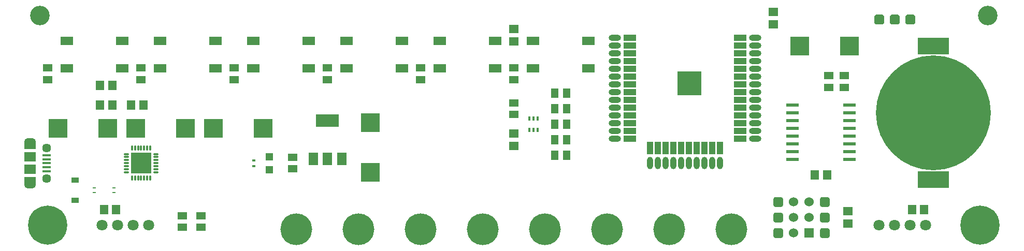
<source format=gbs>
G04 #@! TF.GenerationSoftware,KiCad,Pcbnew,5.0.0-rc2-dev-unknown-30a78f0~62~ubuntu16.04.1*
G04 #@! TF.CreationDate,2018-03-10T16:31:01+05:30*
G04 #@! TF.ProjectId,k3jr_controller,6B336A725F636F6E74726F6C6C65722E,rev 1*
G04 #@! TF.SameCoordinates,Original*
G04 #@! TF.FileFunction,Soldermask,Bot*
G04 #@! TF.FilePolarity,Negative*
%FSLAX46Y46*%
G04 Gerber Fmt 4.6, Leading zero omitted, Abs format (unit mm)*
G04 Created by KiCad (PCBNEW 5.0.0-rc2-dev-unknown-30a78f0~62~ubuntu16.04.1) date Sat Mar 10 16:31:01 2018*
%MOMM*%
%LPD*%
G01*
G04 APERTURE LIST*
%ADD10R,1.900000X1.500000*%
%ADD11C,1.450000*%
%ADD12R,1.350000X0.400000*%
%ADD13O,1.900000X1.200000*%
%ADD14R,1.900000X1.200000*%
%ADD15R,1.550000X1.350000*%
%ADD16R,1.300480X1.498600*%
%ADD17R,1.998980X0.599440*%
%ADD18R,1.350000X1.550000*%
%ADD19R,3.048000X3.048000*%
%ADD20R,1.498600X1.300480*%
%ADD21C,0.150000*%
%ADD22C,1.600000*%
%ADD23C,6.400000*%
%ADD24C,0.800000*%
%ADD25C,3.200000*%
%ADD26C,5.200000*%
%ADD27R,1.200000X0.900000*%
%ADD28R,0.500000X0.250000*%
%ADD29C,18.796000*%
%ADD30R,5.080000X2.794000*%
%ADD31R,1.675000X1.675000*%
%ADD32O,0.300000X0.850000*%
%ADD33O,0.850000X0.300000*%
%ADD34R,0.600000X0.400000*%
%ADD35R,1.198880X1.198880*%
%ADD36R,2.100000X1.400000*%
%ADD37R,0.400000X0.650000*%
%ADD38R,3.800000X2.000000*%
%ADD39R,1.500000X2.000000*%
%ADD40R,2.000000X1.000000*%
%ADD41R,1.000000X2.000000*%
%ADD42R,4.000000X4.000000*%
%ADD43O,2.000000X1.000000*%
%ADD44O,1.000000X2.000000*%
%ADD45C,1.800000*%
%ADD46C,1.524000*%
%ADD47R,1.524000X1.524000*%
G04 APERTURE END LIST*
D10*
X52355000Y-76470000D03*
D11*
X55055000Y-79970000D03*
D12*
X55055000Y-78120000D03*
X55055000Y-78770000D03*
X55055000Y-76170000D03*
X55055000Y-76820000D03*
X55055000Y-77470000D03*
D11*
X55055000Y-74970000D03*
D10*
X52355000Y-78470000D03*
D13*
X52355000Y-80970000D03*
X52355000Y-73970000D03*
D14*
X52355000Y-74570000D03*
X52355000Y-80370000D03*
D15*
X131445000Y-74660000D03*
X131445000Y-72660000D03*
D16*
X138112500Y-66040000D03*
X140017500Y-66040000D03*
D17*
X186260740Y-67945000D03*
X186260740Y-69215000D03*
X186260740Y-70485000D03*
X186260740Y-71755000D03*
X186260740Y-73025000D03*
X186260740Y-74295000D03*
X186260740Y-75565000D03*
X186260740Y-76835000D03*
X176959260Y-76835000D03*
X176959260Y-75565000D03*
X176959260Y-74295000D03*
X176959260Y-73025000D03*
X176959260Y-71755000D03*
X176959260Y-70485000D03*
X176959260Y-69215000D03*
X176959260Y-67945000D03*
D18*
X66405000Y-85090000D03*
X64405000Y-85090000D03*
D19*
X178181000Y-58293000D03*
X186309000Y-58293000D03*
D20*
X70485000Y-63817500D03*
X70485000Y-61912500D03*
X85725000Y-63817500D03*
X85725000Y-61912500D03*
D21*
G36*
X191574207Y-53176926D02*
X191613036Y-53182686D01*
X191651114Y-53192224D01*
X191688073Y-53205448D01*
X191723559Y-53222231D01*
X191757228Y-53242412D01*
X191788757Y-53265796D01*
X191817843Y-53292157D01*
X191844204Y-53321243D01*
X191867588Y-53352772D01*
X191887769Y-53386441D01*
X191904552Y-53421927D01*
X191917776Y-53458886D01*
X191927314Y-53496964D01*
X191933074Y-53535793D01*
X191935000Y-53575000D01*
X191935000Y-54375000D01*
X191933074Y-54414207D01*
X191927314Y-54453036D01*
X191917776Y-54491114D01*
X191904552Y-54528073D01*
X191887769Y-54563559D01*
X191867588Y-54597228D01*
X191844204Y-54628757D01*
X191817843Y-54657843D01*
X191788757Y-54684204D01*
X191757228Y-54707588D01*
X191723559Y-54727769D01*
X191688073Y-54744552D01*
X191651114Y-54757776D01*
X191613036Y-54767314D01*
X191574207Y-54773074D01*
X191535000Y-54775000D01*
X190735000Y-54775000D01*
X190695793Y-54773074D01*
X190656964Y-54767314D01*
X190618886Y-54757776D01*
X190581927Y-54744552D01*
X190546441Y-54727769D01*
X190512772Y-54707588D01*
X190481243Y-54684204D01*
X190452157Y-54657843D01*
X190425796Y-54628757D01*
X190402412Y-54597228D01*
X190382231Y-54563559D01*
X190365448Y-54528073D01*
X190352224Y-54491114D01*
X190342686Y-54453036D01*
X190336926Y-54414207D01*
X190335000Y-54375000D01*
X190335000Y-53575000D01*
X190336926Y-53535793D01*
X190342686Y-53496964D01*
X190352224Y-53458886D01*
X190365448Y-53421927D01*
X190382231Y-53386441D01*
X190402412Y-53352772D01*
X190425796Y-53321243D01*
X190452157Y-53292157D01*
X190481243Y-53265796D01*
X190512772Y-53242412D01*
X190546441Y-53222231D01*
X190581927Y-53205448D01*
X190618886Y-53192224D01*
X190656964Y-53182686D01*
X190695793Y-53176926D01*
X190735000Y-53175000D01*
X191535000Y-53175000D01*
X191574207Y-53176926D01*
X191574207Y-53176926D01*
G37*
D22*
X191135000Y-53975000D03*
D23*
X55245000Y-87630000D03*
D24*
X57645000Y-87630000D03*
X56942056Y-89327056D03*
X55245000Y-90030000D03*
X53547944Y-89327056D03*
X52845000Y-87630000D03*
X53547944Y-85932944D03*
X55245000Y-85230000D03*
X56942056Y-85932944D03*
D23*
X207645000Y-87630000D03*
D24*
X210045000Y-87630000D03*
X209342056Y-89327056D03*
X207645000Y-90030000D03*
X205947944Y-89327056D03*
X205245000Y-87630000D03*
X205947944Y-85932944D03*
X207645000Y-85230000D03*
X209342056Y-85932944D03*
D25*
X208915000Y-53340000D03*
X53975000Y-53340000D03*
D26*
X95885000Y-88265000D03*
X106045000Y-88265000D03*
X116205000Y-88265000D03*
X167005000Y-88265000D03*
X156845000Y-88265000D03*
X126365000Y-88265000D03*
X146685000Y-88265000D03*
X136525000Y-88265000D03*
D27*
X59690000Y-83565000D03*
X59690000Y-80265000D03*
D28*
X66040000Y-81540000D03*
X66040000Y-82290000D03*
X62865000Y-81540000D03*
X62865000Y-82290000D03*
D29*
X200025000Y-69215000D03*
D30*
X200025000Y-58293000D03*
X200025000Y-80137000D03*
D31*
X69647500Y-78307500D03*
X69647500Y-76632500D03*
X71322500Y-78307500D03*
X71322500Y-76632500D03*
D32*
X68985000Y-79920000D03*
X69485000Y-79920000D03*
X69985000Y-79920000D03*
X70485000Y-79920000D03*
X70985000Y-79920000D03*
X71485000Y-79920000D03*
X71985000Y-79920000D03*
D33*
X72935000Y-78970000D03*
X72935000Y-78470000D03*
X72935000Y-77970000D03*
X72935000Y-77470000D03*
X72935000Y-76970000D03*
X72935000Y-76470000D03*
X72935000Y-75970000D03*
D32*
X71985000Y-75020000D03*
X71485000Y-75020000D03*
X70985000Y-75020000D03*
X70485000Y-75020000D03*
X69985000Y-75020000D03*
X69485000Y-75020000D03*
X68985000Y-75020000D03*
D33*
X68035000Y-75970000D03*
X68035000Y-76470000D03*
X68035000Y-76970000D03*
X68035000Y-77470000D03*
X68035000Y-77970000D03*
X68035000Y-78470000D03*
X68035000Y-78970000D03*
D24*
X69850000Y-78105000D03*
X71120000Y-78105000D03*
X71120000Y-76835000D03*
X69850000Y-76835000D03*
X70485000Y-77470000D03*
D34*
X88900000Y-77020000D03*
X88900000Y-77920000D03*
D35*
X91440000Y-76420980D03*
X91440000Y-78519020D03*
D36*
X119275000Y-61940000D03*
X128375000Y-61940000D03*
X128375000Y-57440000D03*
X119275000Y-57440000D03*
X104035000Y-61940000D03*
X113135000Y-61940000D03*
X113135000Y-57440000D03*
X104035000Y-57440000D03*
X67415000Y-57440000D03*
X58315000Y-57440000D03*
X58315000Y-61940000D03*
X67415000Y-61940000D03*
X143615000Y-57440000D03*
X134515000Y-57440000D03*
X134515000Y-61940000D03*
X143615000Y-61940000D03*
X88795000Y-61940000D03*
X97895000Y-61940000D03*
X97895000Y-57440000D03*
X88795000Y-57440000D03*
X73555000Y-61940000D03*
X82655000Y-61940000D03*
X82655000Y-57440000D03*
X73555000Y-57440000D03*
D20*
X182880000Y-65087500D03*
X182880000Y-63182500D03*
X185420000Y-65087500D03*
X185420000Y-63182500D03*
X77250000Y-87952500D03*
X77250000Y-86047500D03*
X80250000Y-87952500D03*
X80250000Y-86047500D03*
X116205000Y-63817500D03*
X116205000Y-61912500D03*
X100965000Y-63817500D03*
X100965000Y-61912500D03*
D18*
X180610000Y-79375000D03*
X182610000Y-79375000D03*
D19*
X90424000Y-71755000D03*
X82296000Y-71755000D03*
X107950000Y-70866000D03*
X107950000Y-78994000D03*
D18*
X63770000Y-64770000D03*
X65770000Y-64770000D03*
D15*
X131445000Y-55515000D03*
X131445000Y-57515000D03*
D19*
X65024000Y-71755000D03*
X56896000Y-71755000D03*
D18*
X63770000Y-67945000D03*
X65770000Y-67945000D03*
D19*
X69596000Y-71755000D03*
X77724000Y-71755000D03*
D18*
X70850000Y-67945000D03*
X68850000Y-67945000D03*
D15*
X173863000Y-52721000D03*
X173863000Y-54721000D03*
D37*
X133970000Y-70170000D03*
X135270000Y-70170000D03*
X134620000Y-72070000D03*
X134620000Y-70170000D03*
X135270000Y-72070000D03*
X133970000Y-72070000D03*
D20*
X131445000Y-69532500D03*
X131445000Y-67627500D03*
X95250000Y-78422500D03*
X95250000Y-76517500D03*
X55245000Y-61912500D03*
X55245000Y-63817500D03*
X131445000Y-61912500D03*
X131445000Y-63817500D03*
D16*
X138112500Y-76200000D03*
X140017500Y-76200000D03*
X138112500Y-73660000D03*
X140017500Y-73660000D03*
X140017500Y-71120000D03*
X138112500Y-71120000D03*
X138112500Y-68580000D03*
X140017500Y-68580000D03*
D38*
X100965000Y-70510000D03*
D39*
X100965000Y-76810000D03*
X98665000Y-76810000D03*
X103265000Y-76810000D03*
D40*
X168385000Y-56980000D03*
X168385000Y-58250000D03*
X168385000Y-59520000D03*
X168385000Y-60790000D03*
X168385000Y-62060000D03*
X168385000Y-63330000D03*
X168385000Y-64600000D03*
X168385000Y-65870000D03*
X168385000Y-67140000D03*
X168385000Y-68410000D03*
X168385000Y-69680000D03*
X168385000Y-70950000D03*
X168385000Y-72220000D03*
X168385000Y-73490000D03*
D41*
X165100000Y-74980000D03*
X163830000Y-74980000D03*
X162560000Y-74980000D03*
X161290000Y-74980000D03*
X160020000Y-74980000D03*
X158750000Y-74980000D03*
X157480000Y-74980000D03*
X156210000Y-74980000D03*
X154940000Y-74980000D03*
X153670000Y-74980000D03*
D40*
X150385000Y-73490000D03*
X150385000Y-72220000D03*
X150385000Y-70950000D03*
X150385000Y-69680000D03*
X150385000Y-68410000D03*
X150385000Y-67140000D03*
X150385000Y-65870000D03*
X150385000Y-64600000D03*
X150385000Y-63330000D03*
X150385000Y-62060000D03*
X150385000Y-60790000D03*
X150385000Y-59520000D03*
X150385000Y-58250000D03*
X150385000Y-56980000D03*
D42*
X160085000Y-64380000D03*
D43*
X170885000Y-56980000D03*
X170885000Y-58250000D03*
X170885000Y-59520000D03*
X170885000Y-60790000D03*
X170885000Y-62060000D03*
X170885000Y-63330000D03*
X170885000Y-64600000D03*
X170885000Y-65870000D03*
X170885000Y-67140000D03*
X170885000Y-68410000D03*
X170885000Y-69680000D03*
X170885000Y-70950000D03*
X170885000Y-72220000D03*
X170885000Y-73490000D03*
X147885000Y-58250000D03*
X147885000Y-67140000D03*
X147885000Y-68410000D03*
X147885000Y-60790000D03*
X147885000Y-56980000D03*
X147885000Y-69680000D03*
X147885000Y-63330000D03*
X147885000Y-73490000D03*
X147885000Y-72220000D03*
X147885000Y-65870000D03*
X147885000Y-64600000D03*
X147885000Y-62060000D03*
X147885000Y-70950000D03*
X147885000Y-59520000D03*
D44*
X165100000Y-77480000D03*
X163830000Y-77480000D03*
X162560000Y-77480000D03*
X161290000Y-77480000D03*
X160020000Y-77480000D03*
X157480000Y-77480000D03*
X156210000Y-77480000D03*
X154940000Y-77480000D03*
X153670000Y-77480000D03*
X158750000Y-77480000D03*
D18*
X198485000Y-85090000D03*
X196485000Y-85090000D03*
D45*
X198755000Y-87630000D03*
X196215000Y-87630000D03*
X193675000Y-87630000D03*
X191135000Y-87630000D03*
X71755000Y-87630000D03*
X69215000Y-87630000D03*
X66675000Y-87630000D03*
X64135000Y-87630000D03*
D21*
G36*
X194114207Y-53176926D02*
X194153036Y-53182686D01*
X194191114Y-53192224D01*
X194228073Y-53205448D01*
X194263559Y-53222231D01*
X194297228Y-53242412D01*
X194328757Y-53265796D01*
X194357843Y-53292157D01*
X194384204Y-53321243D01*
X194407588Y-53352772D01*
X194427769Y-53386441D01*
X194444552Y-53421927D01*
X194457776Y-53458886D01*
X194467314Y-53496964D01*
X194473074Y-53535793D01*
X194475000Y-53575000D01*
X194475000Y-54375000D01*
X194473074Y-54414207D01*
X194467314Y-54453036D01*
X194457776Y-54491114D01*
X194444552Y-54528073D01*
X194427769Y-54563559D01*
X194407588Y-54597228D01*
X194384204Y-54628757D01*
X194357843Y-54657843D01*
X194328757Y-54684204D01*
X194297228Y-54707588D01*
X194263559Y-54727769D01*
X194228073Y-54744552D01*
X194191114Y-54757776D01*
X194153036Y-54767314D01*
X194114207Y-54773074D01*
X194075000Y-54775000D01*
X193275000Y-54775000D01*
X193235793Y-54773074D01*
X193196964Y-54767314D01*
X193158886Y-54757776D01*
X193121927Y-54744552D01*
X193086441Y-54727769D01*
X193052772Y-54707588D01*
X193021243Y-54684204D01*
X192992157Y-54657843D01*
X192965796Y-54628757D01*
X192942412Y-54597228D01*
X192922231Y-54563559D01*
X192905448Y-54528073D01*
X192892224Y-54491114D01*
X192882686Y-54453036D01*
X192876926Y-54414207D01*
X192875000Y-54375000D01*
X192875000Y-53575000D01*
X192876926Y-53535793D01*
X192882686Y-53496964D01*
X192892224Y-53458886D01*
X192905448Y-53421927D01*
X192922231Y-53386441D01*
X192942412Y-53352772D01*
X192965796Y-53321243D01*
X192992157Y-53292157D01*
X193021243Y-53265796D01*
X193052772Y-53242412D01*
X193086441Y-53222231D01*
X193121927Y-53205448D01*
X193158886Y-53192224D01*
X193196964Y-53182686D01*
X193235793Y-53176926D01*
X193275000Y-53175000D01*
X194075000Y-53175000D01*
X194114207Y-53176926D01*
X194114207Y-53176926D01*
G37*
D22*
X193675000Y-53975000D03*
D21*
G36*
X196654207Y-53176926D02*
X196693036Y-53182686D01*
X196731114Y-53192224D01*
X196768073Y-53205448D01*
X196803559Y-53222231D01*
X196837228Y-53242412D01*
X196868757Y-53265796D01*
X196897843Y-53292157D01*
X196924204Y-53321243D01*
X196947588Y-53352772D01*
X196967769Y-53386441D01*
X196984552Y-53421927D01*
X196997776Y-53458886D01*
X197007314Y-53496964D01*
X197013074Y-53535793D01*
X197015000Y-53575000D01*
X197015000Y-54375000D01*
X197013074Y-54414207D01*
X197007314Y-54453036D01*
X196997776Y-54491114D01*
X196984552Y-54528073D01*
X196967769Y-54563559D01*
X196947588Y-54597228D01*
X196924204Y-54628757D01*
X196897843Y-54657843D01*
X196868757Y-54684204D01*
X196837228Y-54707588D01*
X196803559Y-54727769D01*
X196768073Y-54744552D01*
X196731114Y-54757776D01*
X196693036Y-54767314D01*
X196654207Y-54773074D01*
X196615000Y-54775000D01*
X195815000Y-54775000D01*
X195775793Y-54773074D01*
X195736964Y-54767314D01*
X195698886Y-54757776D01*
X195661927Y-54744552D01*
X195626441Y-54727769D01*
X195592772Y-54707588D01*
X195561243Y-54684204D01*
X195532157Y-54657843D01*
X195505796Y-54628757D01*
X195482412Y-54597228D01*
X195462231Y-54563559D01*
X195445448Y-54528073D01*
X195432224Y-54491114D01*
X195422686Y-54453036D01*
X195416926Y-54414207D01*
X195415000Y-54375000D01*
X195415000Y-53575000D01*
X195416926Y-53535793D01*
X195422686Y-53496964D01*
X195432224Y-53458886D01*
X195445448Y-53421927D01*
X195462231Y-53386441D01*
X195482412Y-53352772D01*
X195505796Y-53321243D01*
X195532157Y-53292157D01*
X195561243Y-53265796D01*
X195592772Y-53242412D01*
X195626441Y-53222231D01*
X195661927Y-53205448D01*
X195698886Y-53192224D01*
X195736964Y-53182686D01*
X195775793Y-53176926D01*
X195815000Y-53175000D01*
X196615000Y-53175000D01*
X196654207Y-53176926D01*
X196654207Y-53176926D01*
G37*
D22*
X196215000Y-53975000D03*
D15*
X186055000Y-85360000D03*
X186055000Y-87360000D03*
D21*
G36*
X175064207Y-83021926D02*
X175103036Y-83027686D01*
X175141114Y-83037224D01*
X175178073Y-83050448D01*
X175213559Y-83067231D01*
X175247228Y-83087412D01*
X175278757Y-83110796D01*
X175307843Y-83137157D01*
X175334204Y-83166243D01*
X175357588Y-83197772D01*
X175377769Y-83231441D01*
X175394552Y-83266927D01*
X175407776Y-83303886D01*
X175417314Y-83341964D01*
X175423074Y-83380793D01*
X175425000Y-83420000D01*
X175425000Y-84220000D01*
X175423074Y-84259207D01*
X175417314Y-84298036D01*
X175407776Y-84336114D01*
X175394552Y-84373073D01*
X175377769Y-84408559D01*
X175357588Y-84442228D01*
X175334204Y-84473757D01*
X175307843Y-84502843D01*
X175278757Y-84529204D01*
X175247228Y-84552588D01*
X175213559Y-84572769D01*
X175178073Y-84589552D01*
X175141114Y-84602776D01*
X175103036Y-84612314D01*
X175064207Y-84618074D01*
X175025000Y-84620000D01*
X174225000Y-84620000D01*
X174185793Y-84618074D01*
X174146964Y-84612314D01*
X174108886Y-84602776D01*
X174071927Y-84589552D01*
X174036441Y-84572769D01*
X174002772Y-84552588D01*
X173971243Y-84529204D01*
X173942157Y-84502843D01*
X173915796Y-84473757D01*
X173892412Y-84442228D01*
X173872231Y-84408559D01*
X173855448Y-84373073D01*
X173842224Y-84336114D01*
X173832686Y-84298036D01*
X173826926Y-84259207D01*
X173825000Y-84220000D01*
X173825000Y-83420000D01*
X173826926Y-83380793D01*
X173832686Y-83341964D01*
X173842224Y-83303886D01*
X173855448Y-83266927D01*
X173872231Y-83231441D01*
X173892412Y-83197772D01*
X173915796Y-83166243D01*
X173942157Y-83137157D01*
X173971243Y-83110796D01*
X174002772Y-83087412D01*
X174036441Y-83067231D01*
X174071927Y-83050448D01*
X174108886Y-83037224D01*
X174146964Y-83027686D01*
X174185793Y-83021926D01*
X174225000Y-83020000D01*
X175025000Y-83020000D01*
X175064207Y-83021926D01*
X175064207Y-83021926D01*
G37*
D22*
X174625000Y-83820000D03*
D21*
G36*
X182684207Y-83021926D02*
X182723036Y-83027686D01*
X182761114Y-83037224D01*
X182798073Y-83050448D01*
X182833559Y-83067231D01*
X182867228Y-83087412D01*
X182898757Y-83110796D01*
X182927843Y-83137157D01*
X182954204Y-83166243D01*
X182977588Y-83197772D01*
X182997769Y-83231441D01*
X183014552Y-83266927D01*
X183027776Y-83303886D01*
X183037314Y-83341964D01*
X183043074Y-83380793D01*
X183045000Y-83420000D01*
X183045000Y-84220000D01*
X183043074Y-84259207D01*
X183037314Y-84298036D01*
X183027776Y-84336114D01*
X183014552Y-84373073D01*
X182997769Y-84408559D01*
X182977588Y-84442228D01*
X182954204Y-84473757D01*
X182927843Y-84502843D01*
X182898757Y-84529204D01*
X182867228Y-84552588D01*
X182833559Y-84572769D01*
X182798073Y-84589552D01*
X182761114Y-84602776D01*
X182723036Y-84612314D01*
X182684207Y-84618074D01*
X182645000Y-84620000D01*
X181845000Y-84620000D01*
X181805793Y-84618074D01*
X181766964Y-84612314D01*
X181728886Y-84602776D01*
X181691927Y-84589552D01*
X181656441Y-84572769D01*
X181622772Y-84552588D01*
X181591243Y-84529204D01*
X181562157Y-84502843D01*
X181535796Y-84473757D01*
X181512412Y-84442228D01*
X181492231Y-84408559D01*
X181475448Y-84373073D01*
X181462224Y-84336114D01*
X181452686Y-84298036D01*
X181446926Y-84259207D01*
X181445000Y-84220000D01*
X181445000Y-83420000D01*
X181446926Y-83380793D01*
X181452686Y-83341964D01*
X181462224Y-83303886D01*
X181475448Y-83266927D01*
X181492231Y-83231441D01*
X181512412Y-83197772D01*
X181535796Y-83166243D01*
X181562157Y-83137157D01*
X181591243Y-83110796D01*
X181622772Y-83087412D01*
X181656441Y-83067231D01*
X181691927Y-83050448D01*
X181728886Y-83037224D01*
X181766964Y-83027686D01*
X181805793Y-83021926D01*
X181845000Y-83020000D01*
X182645000Y-83020000D01*
X182684207Y-83021926D01*
X182684207Y-83021926D01*
G37*
D22*
X182245000Y-83820000D03*
D21*
G36*
X175064207Y-85561926D02*
X175103036Y-85567686D01*
X175141114Y-85577224D01*
X175178073Y-85590448D01*
X175213559Y-85607231D01*
X175247228Y-85627412D01*
X175278757Y-85650796D01*
X175307843Y-85677157D01*
X175334204Y-85706243D01*
X175357588Y-85737772D01*
X175377769Y-85771441D01*
X175394552Y-85806927D01*
X175407776Y-85843886D01*
X175417314Y-85881964D01*
X175423074Y-85920793D01*
X175425000Y-85960000D01*
X175425000Y-86760000D01*
X175423074Y-86799207D01*
X175417314Y-86838036D01*
X175407776Y-86876114D01*
X175394552Y-86913073D01*
X175377769Y-86948559D01*
X175357588Y-86982228D01*
X175334204Y-87013757D01*
X175307843Y-87042843D01*
X175278757Y-87069204D01*
X175247228Y-87092588D01*
X175213559Y-87112769D01*
X175178073Y-87129552D01*
X175141114Y-87142776D01*
X175103036Y-87152314D01*
X175064207Y-87158074D01*
X175025000Y-87160000D01*
X174225000Y-87160000D01*
X174185793Y-87158074D01*
X174146964Y-87152314D01*
X174108886Y-87142776D01*
X174071927Y-87129552D01*
X174036441Y-87112769D01*
X174002772Y-87092588D01*
X173971243Y-87069204D01*
X173942157Y-87042843D01*
X173915796Y-87013757D01*
X173892412Y-86982228D01*
X173872231Y-86948559D01*
X173855448Y-86913073D01*
X173842224Y-86876114D01*
X173832686Y-86838036D01*
X173826926Y-86799207D01*
X173825000Y-86760000D01*
X173825000Y-85960000D01*
X173826926Y-85920793D01*
X173832686Y-85881964D01*
X173842224Y-85843886D01*
X173855448Y-85806927D01*
X173872231Y-85771441D01*
X173892412Y-85737772D01*
X173915796Y-85706243D01*
X173942157Y-85677157D01*
X173971243Y-85650796D01*
X174002772Y-85627412D01*
X174036441Y-85607231D01*
X174071927Y-85590448D01*
X174108886Y-85577224D01*
X174146964Y-85567686D01*
X174185793Y-85561926D01*
X174225000Y-85560000D01*
X175025000Y-85560000D01*
X175064207Y-85561926D01*
X175064207Y-85561926D01*
G37*
D22*
X174625000Y-86360000D03*
D46*
X177165000Y-88900000D03*
D47*
X179705000Y-88900000D03*
D46*
X177165000Y-86360000D03*
X179705000Y-86360000D03*
X177165000Y-83820000D03*
X179705000Y-83820000D03*
D21*
G36*
X182684207Y-85561926D02*
X182723036Y-85567686D01*
X182761114Y-85577224D01*
X182798073Y-85590448D01*
X182833559Y-85607231D01*
X182867228Y-85627412D01*
X182898757Y-85650796D01*
X182927843Y-85677157D01*
X182954204Y-85706243D01*
X182977588Y-85737772D01*
X182997769Y-85771441D01*
X183014552Y-85806927D01*
X183027776Y-85843886D01*
X183037314Y-85881964D01*
X183043074Y-85920793D01*
X183045000Y-85960000D01*
X183045000Y-86760000D01*
X183043074Y-86799207D01*
X183037314Y-86838036D01*
X183027776Y-86876114D01*
X183014552Y-86913073D01*
X182997769Y-86948559D01*
X182977588Y-86982228D01*
X182954204Y-87013757D01*
X182927843Y-87042843D01*
X182898757Y-87069204D01*
X182867228Y-87092588D01*
X182833559Y-87112769D01*
X182798073Y-87129552D01*
X182761114Y-87142776D01*
X182723036Y-87152314D01*
X182684207Y-87158074D01*
X182645000Y-87160000D01*
X181845000Y-87160000D01*
X181805793Y-87158074D01*
X181766964Y-87152314D01*
X181728886Y-87142776D01*
X181691927Y-87129552D01*
X181656441Y-87112769D01*
X181622772Y-87092588D01*
X181591243Y-87069204D01*
X181562157Y-87042843D01*
X181535796Y-87013757D01*
X181512412Y-86982228D01*
X181492231Y-86948559D01*
X181475448Y-86913073D01*
X181462224Y-86876114D01*
X181452686Y-86838036D01*
X181446926Y-86799207D01*
X181445000Y-86760000D01*
X181445000Y-85960000D01*
X181446926Y-85920793D01*
X181452686Y-85881964D01*
X181462224Y-85843886D01*
X181475448Y-85806927D01*
X181492231Y-85771441D01*
X181512412Y-85737772D01*
X181535796Y-85706243D01*
X181562157Y-85677157D01*
X181591243Y-85650796D01*
X181622772Y-85627412D01*
X181656441Y-85607231D01*
X181691927Y-85590448D01*
X181728886Y-85577224D01*
X181766964Y-85567686D01*
X181805793Y-85561926D01*
X181845000Y-85560000D01*
X182645000Y-85560000D01*
X182684207Y-85561926D01*
X182684207Y-85561926D01*
G37*
D22*
X182245000Y-86360000D03*
D21*
G36*
X175064207Y-88101926D02*
X175103036Y-88107686D01*
X175141114Y-88117224D01*
X175178073Y-88130448D01*
X175213559Y-88147231D01*
X175247228Y-88167412D01*
X175278757Y-88190796D01*
X175307843Y-88217157D01*
X175334204Y-88246243D01*
X175357588Y-88277772D01*
X175377769Y-88311441D01*
X175394552Y-88346927D01*
X175407776Y-88383886D01*
X175417314Y-88421964D01*
X175423074Y-88460793D01*
X175425000Y-88500000D01*
X175425000Y-89300000D01*
X175423074Y-89339207D01*
X175417314Y-89378036D01*
X175407776Y-89416114D01*
X175394552Y-89453073D01*
X175377769Y-89488559D01*
X175357588Y-89522228D01*
X175334204Y-89553757D01*
X175307843Y-89582843D01*
X175278757Y-89609204D01*
X175247228Y-89632588D01*
X175213559Y-89652769D01*
X175178073Y-89669552D01*
X175141114Y-89682776D01*
X175103036Y-89692314D01*
X175064207Y-89698074D01*
X175025000Y-89700000D01*
X174225000Y-89700000D01*
X174185793Y-89698074D01*
X174146964Y-89692314D01*
X174108886Y-89682776D01*
X174071927Y-89669552D01*
X174036441Y-89652769D01*
X174002772Y-89632588D01*
X173971243Y-89609204D01*
X173942157Y-89582843D01*
X173915796Y-89553757D01*
X173892412Y-89522228D01*
X173872231Y-89488559D01*
X173855448Y-89453073D01*
X173842224Y-89416114D01*
X173832686Y-89378036D01*
X173826926Y-89339207D01*
X173825000Y-89300000D01*
X173825000Y-88500000D01*
X173826926Y-88460793D01*
X173832686Y-88421964D01*
X173842224Y-88383886D01*
X173855448Y-88346927D01*
X173872231Y-88311441D01*
X173892412Y-88277772D01*
X173915796Y-88246243D01*
X173942157Y-88217157D01*
X173971243Y-88190796D01*
X174002772Y-88167412D01*
X174036441Y-88147231D01*
X174071927Y-88130448D01*
X174108886Y-88117224D01*
X174146964Y-88107686D01*
X174185793Y-88101926D01*
X174225000Y-88100000D01*
X175025000Y-88100000D01*
X175064207Y-88101926D01*
X175064207Y-88101926D01*
G37*
D22*
X174625000Y-88900000D03*
D21*
G36*
X182684207Y-88101926D02*
X182723036Y-88107686D01*
X182761114Y-88117224D01*
X182798073Y-88130448D01*
X182833559Y-88147231D01*
X182867228Y-88167412D01*
X182898757Y-88190796D01*
X182927843Y-88217157D01*
X182954204Y-88246243D01*
X182977588Y-88277772D01*
X182997769Y-88311441D01*
X183014552Y-88346927D01*
X183027776Y-88383886D01*
X183037314Y-88421964D01*
X183043074Y-88460793D01*
X183045000Y-88500000D01*
X183045000Y-89300000D01*
X183043074Y-89339207D01*
X183037314Y-89378036D01*
X183027776Y-89416114D01*
X183014552Y-89453073D01*
X182997769Y-89488559D01*
X182977588Y-89522228D01*
X182954204Y-89553757D01*
X182927843Y-89582843D01*
X182898757Y-89609204D01*
X182867228Y-89632588D01*
X182833559Y-89652769D01*
X182798073Y-89669552D01*
X182761114Y-89682776D01*
X182723036Y-89692314D01*
X182684207Y-89698074D01*
X182645000Y-89700000D01*
X181845000Y-89700000D01*
X181805793Y-89698074D01*
X181766964Y-89692314D01*
X181728886Y-89682776D01*
X181691927Y-89669552D01*
X181656441Y-89652769D01*
X181622772Y-89632588D01*
X181591243Y-89609204D01*
X181562157Y-89582843D01*
X181535796Y-89553757D01*
X181512412Y-89522228D01*
X181492231Y-89488559D01*
X181475448Y-89453073D01*
X181462224Y-89416114D01*
X181452686Y-89378036D01*
X181446926Y-89339207D01*
X181445000Y-89300000D01*
X181445000Y-88500000D01*
X181446926Y-88460793D01*
X181452686Y-88421964D01*
X181462224Y-88383886D01*
X181475448Y-88346927D01*
X181492231Y-88311441D01*
X181512412Y-88277772D01*
X181535796Y-88246243D01*
X181562157Y-88217157D01*
X181591243Y-88190796D01*
X181622772Y-88167412D01*
X181656441Y-88147231D01*
X181691927Y-88130448D01*
X181728886Y-88117224D01*
X181766964Y-88107686D01*
X181805793Y-88101926D01*
X181845000Y-88100000D01*
X182645000Y-88100000D01*
X182684207Y-88101926D01*
X182684207Y-88101926D01*
G37*
D22*
X182245000Y-88900000D03*
M02*

</source>
